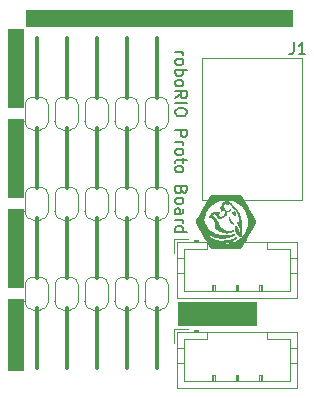
<source format=gbr>
%TF.GenerationSoftware,KiCad,Pcbnew,(5.1.6-0)*%
%TF.CreationDate,2022-05-02T22:38:42-07:00*%
%TF.ProjectId,rio-proto,72696f2d-7072-46f7-946f-2e6b69636164,rev?*%
%TF.SameCoordinates,PX87a6900PY757baf0*%
%TF.FileFunction,Legend,Top*%
%TF.FilePolarity,Positive*%
%FSLAX46Y46*%
G04 Gerber Fmt 4.6, Leading zero omitted, Abs format (unit mm)*
G04 Created by KiCad (PCBNEW (5.1.6-0)) date 2022-05-02 22:38:42*
%MOMM*%
%LPD*%
G01*
G04 APERTURE LIST*
%ADD10C,0.100000*%
%ADD11C,0.300000*%
%ADD12C,0.150000*%
%ADD13C,0.120000*%
%ADD14C,0.010000*%
G04 APERTURE END LIST*
D10*
G36*
X1397000Y1143000D02*
G01*
X127000Y1143000D01*
X127000Y7112000D01*
X1397000Y7112000D01*
X1397000Y1143000D01*
G37*
X1397000Y1143000D02*
X127000Y1143000D01*
X127000Y7112000D01*
X1397000Y7112000D01*
X1397000Y1143000D01*
G36*
X1397000Y8128000D02*
G01*
X127000Y8128000D01*
X127000Y14732000D01*
X1397000Y14732000D01*
X1397000Y8128000D01*
G37*
X1397000Y8128000D02*
X127000Y8128000D01*
X127000Y14732000D01*
X1397000Y14732000D01*
X1397000Y8128000D01*
G36*
X1397000Y15748000D02*
G01*
X127000Y15748000D01*
X127000Y22352000D01*
X1397000Y22352000D01*
X1397000Y15748000D01*
G37*
X1397000Y15748000D02*
X127000Y15748000D01*
X127000Y22352000D01*
X1397000Y22352000D01*
X1397000Y15748000D01*
G36*
X1397000Y23368000D02*
G01*
X127000Y23368000D01*
X127000Y29972000D01*
X1397000Y29972000D01*
X1397000Y23368000D01*
G37*
X1397000Y23368000D02*
X127000Y23368000D01*
X127000Y29972000D01*
X1397000Y29972000D01*
X1397000Y23368000D01*
G36*
X21082000Y4953000D02*
G01*
X14478000Y4953000D01*
X14478000Y6858000D01*
X21082000Y6858000D01*
X21082000Y4953000D01*
G37*
X21082000Y4953000D02*
X14478000Y4953000D01*
X14478000Y6858000D01*
X21082000Y6858000D01*
X21082000Y4953000D01*
G36*
X24130000Y30226000D02*
G01*
X1651000Y30226000D01*
X1651000Y31623000D01*
X24130000Y31623000D01*
X24130000Y30226000D01*
G37*
X24130000Y30226000D02*
X1651000Y30226000D01*
X1651000Y31623000D01*
X24130000Y31623000D01*
X24130000Y30226000D01*
D11*
X12700000Y1270000D02*
X12700000Y6350000D01*
X10160000Y1270000D02*
X10160000Y6350000D01*
X7620000Y1270000D02*
X7620000Y6350000D01*
X5080000Y1270000D02*
X5080000Y6350000D01*
X2540000Y1270000D02*
X2540000Y6350000D01*
X12700000Y8890000D02*
X12700000Y13970000D01*
X10160000Y8890000D02*
X10160000Y13970000D01*
X7620000Y8890000D02*
X7620000Y13970000D01*
X5080000Y8890000D02*
X5080000Y13970000D01*
X2540000Y8890000D02*
X2540000Y13970000D01*
X2540000Y16510000D02*
X2540000Y21590000D01*
X5080000Y16510000D02*
X5080000Y21590000D01*
X7620000Y16510000D02*
X7620000Y21590000D01*
X10160000Y16510000D02*
X10160000Y21590000D01*
X12700000Y16510000D02*
X12700000Y21590000D01*
X12700000Y24130000D02*
X12700000Y29210000D01*
X10160000Y24130000D02*
X10160000Y29210000D01*
X7620000Y24130000D02*
X7620000Y29210000D01*
X2540000Y24130000D02*
X2540000Y29210000D01*
X5080000Y24130000D02*
X5080000Y29210000D01*
D12*
X14279619Y28066048D02*
X14946285Y28066048D01*
X14755809Y28066048D02*
X14851047Y28018429D01*
X14898666Y27970810D01*
X14946285Y27875572D01*
X14946285Y27780334D01*
X14279619Y27304143D02*
X14327238Y27399381D01*
X14374857Y27447000D01*
X14470095Y27494620D01*
X14755809Y27494620D01*
X14851047Y27447000D01*
X14898666Y27399381D01*
X14946285Y27304143D01*
X14946285Y27161286D01*
X14898666Y27066048D01*
X14851047Y27018429D01*
X14755809Y26970810D01*
X14470095Y26970810D01*
X14374857Y27018429D01*
X14327238Y27066048D01*
X14279619Y27161286D01*
X14279619Y27304143D01*
X14279619Y26542239D02*
X15279619Y26542239D01*
X14898666Y26542239D02*
X14946285Y26447000D01*
X14946285Y26256524D01*
X14898666Y26161286D01*
X14851047Y26113667D01*
X14755809Y26066048D01*
X14470095Y26066048D01*
X14374857Y26113667D01*
X14327238Y26161286D01*
X14279619Y26256524D01*
X14279619Y26447000D01*
X14327238Y26542239D01*
X14279619Y25494620D02*
X14327238Y25589858D01*
X14374857Y25637477D01*
X14470095Y25685096D01*
X14755809Y25685096D01*
X14851047Y25637477D01*
X14898666Y25589858D01*
X14946285Y25494620D01*
X14946285Y25351762D01*
X14898666Y25256524D01*
X14851047Y25208905D01*
X14755809Y25161286D01*
X14470095Y25161286D01*
X14374857Y25208905D01*
X14327238Y25256524D01*
X14279619Y25351762D01*
X14279619Y25494620D01*
X14279619Y24161286D02*
X14755809Y24494620D01*
X14279619Y24732715D02*
X15279619Y24732715D01*
X15279619Y24351762D01*
X15232000Y24256524D01*
X15184380Y24208905D01*
X15089142Y24161286D01*
X14946285Y24161286D01*
X14851047Y24208905D01*
X14803428Y24256524D01*
X14755809Y24351762D01*
X14755809Y24732715D01*
X14279619Y23732715D02*
X15279619Y23732715D01*
X15279619Y23066048D02*
X15279619Y22875572D01*
X15232000Y22780334D01*
X15136761Y22685096D01*
X14946285Y22637477D01*
X14612952Y22637477D01*
X14422476Y22685096D01*
X14327238Y22780334D01*
X14279619Y22875572D01*
X14279619Y23066048D01*
X14327238Y23161286D01*
X14422476Y23256524D01*
X14612952Y23304143D01*
X14946285Y23304143D01*
X15136761Y23256524D01*
X15232000Y23161286D01*
X15279619Y23066048D01*
X14279619Y21447000D02*
X15279619Y21447000D01*
X15279619Y21066048D01*
X15232000Y20970810D01*
X15184380Y20923191D01*
X15089142Y20875572D01*
X14946285Y20875572D01*
X14851047Y20923191D01*
X14803428Y20970810D01*
X14755809Y21066048D01*
X14755809Y21447000D01*
X14279619Y20447000D02*
X14946285Y20447000D01*
X14755809Y20447000D02*
X14851047Y20399381D01*
X14898666Y20351762D01*
X14946285Y20256524D01*
X14946285Y20161286D01*
X14279619Y19685096D02*
X14327238Y19780334D01*
X14374857Y19827953D01*
X14470095Y19875572D01*
X14755809Y19875572D01*
X14851047Y19827953D01*
X14898666Y19780334D01*
X14946285Y19685096D01*
X14946285Y19542239D01*
X14898666Y19447000D01*
X14851047Y19399381D01*
X14755809Y19351762D01*
X14470095Y19351762D01*
X14374857Y19399381D01*
X14327238Y19447000D01*
X14279619Y19542239D01*
X14279619Y19685096D01*
X14946285Y19066048D02*
X14946285Y18685096D01*
X15279619Y18923191D02*
X14422476Y18923191D01*
X14327238Y18875572D01*
X14279619Y18780334D01*
X14279619Y18685096D01*
X14279619Y18208905D02*
X14327238Y18304143D01*
X14374857Y18351762D01*
X14470095Y18399381D01*
X14755809Y18399381D01*
X14851047Y18351762D01*
X14898666Y18304143D01*
X14946285Y18208905D01*
X14946285Y18066048D01*
X14898666Y17970810D01*
X14851047Y17923191D01*
X14755809Y17875572D01*
X14470095Y17875572D01*
X14374857Y17923191D01*
X14327238Y17970810D01*
X14279619Y18066048D01*
X14279619Y18208905D01*
X14803428Y16351762D02*
X14755809Y16208905D01*
X14708190Y16161286D01*
X14612952Y16113667D01*
X14470095Y16113667D01*
X14374857Y16161286D01*
X14327238Y16208905D01*
X14279619Y16304143D01*
X14279619Y16685096D01*
X15279619Y16685096D01*
X15279619Y16351762D01*
X15232000Y16256524D01*
X15184380Y16208905D01*
X15089142Y16161286D01*
X14993904Y16161286D01*
X14898666Y16208905D01*
X14851047Y16256524D01*
X14803428Y16351762D01*
X14803428Y16685096D01*
X14279619Y15542239D02*
X14327238Y15637477D01*
X14374857Y15685096D01*
X14470095Y15732715D01*
X14755809Y15732715D01*
X14851047Y15685096D01*
X14898666Y15637477D01*
X14946285Y15542239D01*
X14946285Y15399381D01*
X14898666Y15304143D01*
X14851047Y15256524D01*
X14755809Y15208905D01*
X14470095Y15208905D01*
X14374857Y15256524D01*
X14327238Y15304143D01*
X14279619Y15399381D01*
X14279619Y15542239D01*
X14279619Y14351762D02*
X14803428Y14351762D01*
X14898666Y14399381D01*
X14946285Y14494620D01*
X14946285Y14685096D01*
X14898666Y14780334D01*
X14327238Y14351762D02*
X14279619Y14447000D01*
X14279619Y14685096D01*
X14327238Y14780334D01*
X14422476Y14827953D01*
X14517714Y14827953D01*
X14612952Y14780334D01*
X14660571Y14685096D01*
X14660571Y14447000D01*
X14708190Y14351762D01*
X14279619Y13875572D02*
X14946285Y13875572D01*
X14755809Y13875572D02*
X14851047Y13827953D01*
X14898666Y13780334D01*
X14946285Y13685096D01*
X14946285Y13589858D01*
X14279619Y12827953D02*
X15279619Y12827953D01*
X14327238Y12827953D02*
X14279619Y12923191D01*
X14279619Y13113667D01*
X14327238Y13208905D01*
X14374857Y13256524D01*
X14470095Y13304143D01*
X14755809Y13304143D01*
X14851047Y13256524D01*
X14898666Y13208905D01*
X14946285Y13113667D01*
X14946285Y12923191D01*
X14898666Y12827953D01*
D13*
%TO.C,REF\u002A\u002A*%
X13000000Y6220000D02*
X12400000Y6220000D01*
X13700000Y8320000D02*
X13700000Y6920000D01*
X12400000Y9020000D02*
X13000000Y9020000D01*
X11700000Y6920000D02*
X11700000Y8320000D01*
X11700000Y8320000D02*
G75*
G02*
X12400000Y9020000I700000J0D01*
G01*
X13000000Y9020000D02*
G75*
G02*
X13700000Y8320000I0J-700000D01*
G01*
X13700000Y6920000D02*
G75*
G02*
X13000000Y6220000I-700000J0D01*
G01*
X12400000Y6220000D02*
G75*
G02*
X11700000Y6920000I0J700000D01*
G01*
X9160000Y6920000D02*
X9160000Y8320000D01*
X9860000Y9020000D02*
X10460000Y9020000D01*
X11160000Y8320000D02*
X11160000Y6920000D01*
X10460000Y6220000D02*
X9860000Y6220000D01*
X9860000Y6220000D02*
G75*
G02*
X9160000Y6920000I0J700000D01*
G01*
X11160000Y6920000D02*
G75*
G02*
X10460000Y6220000I-700000J0D01*
G01*
X10460000Y9020000D02*
G75*
G02*
X11160000Y8320000I0J-700000D01*
G01*
X9160000Y8320000D02*
G75*
G02*
X9860000Y9020000I700000J0D01*
G01*
X7920000Y6220000D02*
X7320000Y6220000D01*
X8620000Y8320000D02*
X8620000Y6920000D01*
X7320000Y9020000D02*
X7920000Y9020000D01*
X6620000Y6920000D02*
X6620000Y8320000D01*
X6620000Y8320000D02*
G75*
G02*
X7320000Y9020000I700000J0D01*
G01*
X7920000Y9020000D02*
G75*
G02*
X8620000Y8320000I0J-700000D01*
G01*
X8620000Y6920000D02*
G75*
G02*
X7920000Y6220000I-700000J0D01*
G01*
X7320000Y6220000D02*
G75*
G02*
X6620000Y6920000I0J700000D01*
G01*
X4080000Y6920000D02*
X4080000Y8320000D01*
X4780000Y9020000D02*
X5380000Y9020000D01*
X6080000Y8320000D02*
X6080000Y6920000D01*
X5380000Y6220000D02*
X4780000Y6220000D01*
X4780000Y6220000D02*
G75*
G02*
X4080000Y6920000I0J700000D01*
G01*
X6080000Y6920000D02*
G75*
G02*
X5380000Y6220000I-700000J0D01*
G01*
X5380000Y9020000D02*
G75*
G02*
X6080000Y8320000I0J-700000D01*
G01*
X4080000Y8320000D02*
G75*
G02*
X4780000Y9020000I700000J0D01*
G01*
X2840000Y6220000D02*
X2240000Y6220000D01*
X3540000Y8320000D02*
X3540000Y6920000D01*
X2240000Y9020000D02*
X2840000Y9020000D01*
X1540000Y6920000D02*
X1540000Y8320000D01*
X1540000Y8320000D02*
G75*
G02*
X2240000Y9020000I700000J0D01*
G01*
X2840000Y9020000D02*
G75*
G02*
X3540000Y8320000I0J-700000D01*
G01*
X3540000Y6920000D02*
G75*
G02*
X2840000Y6220000I-700000J0D01*
G01*
X2240000Y6220000D02*
G75*
G02*
X1540000Y6920000I0J700000D01*
G01*
X11700000Y14540000D02*
X11700000Y15940000D01*
X12400000Y16640000D02*
X13000000Y16640000D01*
X13700000Y15940000D02*
X13700000Y14540000D01*
X13000000Y13840000D02*
X12400000Y13840000D01*
X12400000Y13840000D02*
G75*
G02*
X11700000Y14540000I0J700000D01*
G01*
X13700000Y14540000D02*
G75*
G02*
X13000000Y13840000I-700000J0D01*
G01*
X13000000Y16640000D02*
G75*
G02*
X13700000Y15940000I0J-700000D01*
G01*
X11700000Y15940000D02*
G75*
G02*
X12400000Y16640000I700000J0D01*
G01*
X10460000Y13840000D02*
X9860000Y13840000D01*
X11160000Y15940000D02*
X11160000Y14540000D01*
X9860000Y16640000D02*
X10460000Y16640000D01*
X9160000Y14540000D02*
X9160000Y15940000D01*
X9160000Y15940000D02*
G75*
G02*
X9860000Y16640000I700000J0D01*
G01*
X10460000Y16640000D02*
G75*
G02*
X11160000Y15940000I0J-700000D01*
G01*
X11160000Y14540000D02*
G75*
G02*
X10460000Y13840000I-700000J0D01*
G01*
X9860000Y13840000D02*
G75*
G02*
X9160000Y14540000I0J700000D01*
G01*
X6620000Y14540000D02*
X6620000Y15940000D01*
X7320000Y16640000D02*
X7920000Y16640000D01*
X8620000Y15940000D02*
X8620000Y14540000D01*
X7920000Y13840000D02*
X7320000Y13840000D01*
X7320000Y13840000D02*
G75*
G02*
X6620000Y14540000I0J700000D01*
G01*
X8620000Y14540000D02*
G75*
G02*
X7920000Y13840000I-700000J0D01*
G01*
X7920000Y16640000D02*
G75*
G02*
X8620000Y15940000I0J-700000D01*
G01*
X6620000Y15940000D02*
G75*
G02*
X7320000Y16640000I700000J0D01*
G01*
X5380000Y13840000D02*
X4780000Y13840000D01*
X6080000Y15940000D02*
X6080000Y14540000D01*
X4780000Y16640000D02*
X5380000Y16640000D01*
X4080000Y14540000D02*
X4080000Y15940000D01*
X4080000Y15940000D02*
G75*
G02*
X4780000Y16640000I700000J0D01*
G01*
X5380000Y16640000D02*
G75*
G02*
X6080000Y15940000I0J-700000D01*
G01*
X6080000Y14540000D02*
G75*
G02*
X5380000Y13840000I-700000J0D01*
G01*
X4780000Y13840000D02*
G75*
G02*
X4080000Y14540000I0J700000D01*
G01*
X1540000Y14540000D02*
X1540000Y15940000D01*
X2240000Y16640000D02*
X2840000Y16640000D01*
X3540000Y15940000D02*
X3540000Y14540000D01*
X2840000Y13840000D02*
X2240000Y13840000D01*
X2240000Y13840000D02*
G75*
G02*
X1540000Y14540000I0J700000D01*
G01*
X3540000Y14540000D02*
G75*
G02*
X2840000Y13840000I-700000J0D01*
G01*
X2840000Y16640000D02*
G75*
G02*
X3540000Y15940000I0J-700000D01*
G01*
X1540000Y15940000D02*
G75*
G02*
X2240000Y16640000I700000J0D01*
G01*
X13000000Y21460000D02*
X12400000Y21460000D01*
X13700000Y23560000D02*
X13700000Y22160000D01*
X12400000Y24260000D02*
X13000000Y24260000D01*
X11700000Y22160000D02*
X11700000Y23560000D01*
X11700000Y23560000D02*
G75*
G02*
X12400000Y24260000I700000J0D01*
G01*
X13000000Y24260000D02*
G75*
G02*
X13700000Y23560000I0J-700000D01*
G01*
X13700000Y22160000D02*
G75*
G02*
X13000000Y21460000I-700000J0D01*
G01*
X12400000Y21460000D02*
G75*
G02*
X11700000Y22160000I0J700000D01*
G01*
X9160000Y22160000D02*
X9160000Y23560000D01*
X9860000Y24260000D02*
X10460000Y24260000D01*
X11160000Y23560000D02*
X11160000Y22160000D01*
X10460000Y21460000D02*
X9860000Y21460000D01*
X9860000Y21460000D02*
G75*
G02*
X9160000Y22160000I0J700000D01*
G01*
X11160000Y22160000D02*
G75*
G02*
X10460000Y21460000I-700000J0D01*
G01*
X10460000Y24260000D02*
G75*
G02*
X11160000Y23560000I0J-700000D01*
G01*
X9160000Y23560000D02*
G75*
G02*
X9860000Y24260000I700000J0D01*
G01*
X7920000Y21460000D02*
X7320000Y21460000D01*
X8620000Y23560000D02*
X8620000Y22160000D01*
X7320000Y24260000D02*
X7920000Y24260000D01*
X6620000Y22160000D02*
X6620000Y23560000D01*
X6620000Y23560000D02*
G75*
G02*
X7320000Y24260000I700000J0D01*
G01*
X7920000Y24260000D02*
G75*
G02*
X8620000Y23560000I0J-700000D01*
G01*
X8620000Y22160000D02*
G75*
G02*
X7920000Y21460000I-700000J0D01*
G01*
X7320000Y21460000D02*
G75*
G02*
X6620000Y22160000I0J700000D01*
G01*
X5380000Y21460000D02*
X4780000Y21460000D01*
X6080000Y23560000D02*
X6080000Y22160000D01*
X4780000Y24260000D02*
X5380000Y24260000D01*
X4080000Y22160000D02*
X4080000Y23560000D01*
X4080000Y23560000D02*
G75*
G02*
X4780000Y24260000I700000J0D01*
G01*
X5380000Y24260000D02*
G75*
G02*
X6080000Y23560000I0J-700000D01*
G01*
X6080000Y22160000D02*
G75*
G02*
X5380000Y21460000I-700000J0D01*
G01*
X4780000Y21460000D02*
G75*
G02*
X4080000Y22160000I0J700000D01*
G01*
X1540000Y22160000D02*
X1540000Y23560000D01*
X2240000Y24260000D02*
X2840000Y24260000D01*
X3540000Y23560000D02*
X3540000Y22160000D01*
X2840000Y21460000D02*
X2240000Y21460000D01*
X2240000Y21460000D02*
G75*
G02*
X1540000Y22160000I0J700000D01*
G01*
X3540000Y22160000D02*
G75*
G02*
X2840000Y21460000I-700000J0D01*
G01*
X2840000Y24260000D02*
G75*
G02*
X3540000Y23560000I0J-700000D01*
G01*
X1540000Y23560000D02*
G75*
G02*
X2240000Y24260000I700000J0D01*
G01*
D14*
%TO.C,G\u002A\u002A\u002A*%
G36*
X19375412Y14231950D02*
G01*
X19361237Y14227045D01*
X19337648Y14230380D01*
X19325404Y14234098D01*
X19288072Y14250752D01*
X19250952Y14274245D01*
X19218978Y14301218D01*
X19206251Y14315223D01*
X19195353Y14329419D01*
X19179646Y14350779D01*
X19160709Y14377058D01*
X19140120Y14406015D01*
X19119458Y14435405D01*
X19100303Y14462986D01*
X19084232Y14486514D01*
X19072827Y14503747D01*
X19068204Y14511338D01*
X19065311Y14520286D01*
X19066898Y14522450D01*
X19074455Y14519116D01*
X19088321Y14510663D01*
X19096242Y14505334D01*
X19120942Y14488217D01*
X19141034Y14511110D01*
X19166650Y14535976D01*
X19192816Y14551189D01*
X19223854Y14559224D01*
X19225480Y14559463D01*
X19243616Y14562621D01*
X19253373Y14567800D01*
X19258670Y14578699D01*
X19262391Y14594300D01*
X19267334Y14611879D01*
X19272527Y14622872D01*
X19274989Y14624742D01*
X19277924Y14618879D01*
X19283545Y14602525D01*
X19291353Y14577485D01*
X19300850Y14545563D01*
X19311536Y14508563D01*
X19322912Y14468288D01*
X19334479Y14426543D01*
X19345739Y14385131D01*
X19356192Y14345856D01*
X19365339Y14310523D01*
X19372681Y14280935D01*
X19377720Y14258896D01*
X19379955Y14246210D01*
X19380021Y14245066D01*
X19375412Y14231950D01*
G37*
X19375412Y14231950D02*
X19361237Y14227045D01*
X19337648Y14230380D01*
X19325404Y14234098D01*
X19288072Y14250752D01*
X19250952Y14274245D01*
X19218978Y14301218D01*
X19206251Y14315223D01*
X19195353Y14329419D01*
X19179646Y14350779D01*
X19160709Y14377058D01*
X19140120Y14406015D01*
X19119458Y14435405D01*
X19100303Y14462986D01*
X19084232Y14486514D01*
X19072827Y14503747D01*
X19068204Y14511338D01*
X19065311Y14520286D01*
X19066898Y14522450D01*
X19074455Y14519116D01*
X19088321Y14510663D01*
X19096242Y14505334D01*
X19120942Y14488217D01*
X19141034Y14511110D01*
X19166650Y14535976D01*
X19192816Y14551189D01*
X19223854Y14559224D01*
X19225480Y14559463D01*
X19243616Y14562621D01*
X19253373Y14567800D01*
X19258670Y14578699D01*
X19262391Y14594300D01*
X19267334Y14611879D01*
X19272527Y14622872D01*
X19274989Y14624742D01*
X19277924Y14618879D01*
X19283545Y14602525D01*
X19291353Y14577485D01*
X19300850Y14545563D01*
X19311536Y14508563D01*
X19322912Y14468288D01*
X19334479Y14426543D01*
X19345739Y14385131D01*
X19356192Y14345856D01*
X19365339Y14310523D01*
X19372681Y14280935D01*
X19377720Y14258896D01*
X19379955Y14246210D01*
X19380021Y14245066D01*
X19375412Y14231950D01*
G36*
X19204258Y13505757D02*
G01*
X19197000Y13508661D01*
X19182380Y13517291D01*
X19159270Y13532214D01*
X19136897Y13547066D01*
X19101040Y13570638D01*
X19059146Y13597593D01*
X19016091Y13624824D01*
X18976753Y13649224D01*
X18971713Y13652302D01*
X18938485Y13672807D01*
X18914776Y13688208D01*
X18899079Y13699697D01*
X18889884Y13708467D01*
X18885683Y13715711D01*
X18884900Y13720916D01*
X18883298Y13737258D01*
X18878785Y13763952D01*
X18871805Y13799100D01*
X18862800Y13840804D01*
X18852212Y13887167D01*
X18840486Y13936290D01*
X18828062Y13986275D01*
X18815384Y14035226D01*
X18802895Y14081244D01*
X18791992Y14119225D01*
X18790837Y14127465D01*
X18794847Y14125575D01*
X18800219Y14117663D01*
X18809881Y14100890D01*
X18822438Y14077753D01*
X18835841Y14052040D01*
X18857313Y14006052D01*
X18878622Y13953231D01*
X18898337Y13897697D01*
X18915025Y13843573D01*
X18927252Y13794982D01*
X18930026Y13781070D01*
X18934696Y13757254D01*
X18939612Y13741936D01*
X18947293Y13731117D01*
X18960256Y13720798D01*
X18973594Y13711880D01*
X19014122Y13683704D01*
X19055718Y13652139D01*
X19096276Y13619005D01*
X19133694Y13586124D01*
X19165867Y13555319D01*
X19190690Y13528409D01*
X19201190Y13514877D01*
X19205279Y13508017D01*
X19204258Y13505757D01*
G37*
X19204258Y13505757D02*
X19197000Y13508661D01*
X19182380Y13517291D01*
X19159270Y13532214D01*
X19136897Y13547066D01*
X19101040Y13570638D01*
X19059146Y13597593D01*
X19016091Y13624824D01*
X18976753Y13649224D01*
X18971713Y13652302D01*
X18938485Y13672807D01*
X18914776Y13688208D01*
X18899079Y13699697D01*
X18889884Y13708467D01*
X18885683Y13715711D01*
X18884900Y13720916D01*
X18883298Y13737258D01*
X18878785Y13763952D01*
X18871805Y13799100D01*
X18862800Y13840804D01*
X18852212Y13887167D01*
X18840486Y13936290D01*
X18828062Y13986275D01*
X18815384Y14035226D01*
X18802895Y14081244D01*
X18791992Y14119225D01*
X18790837Y14127465D01*
X18794847Y14125575D01*
X18800219Y14117663D01*
X18809881Y14100890D01*
X18822438Y14077753D01*
X18835841Y14052040D01*
X18857313Y14006052D01*
X18878622Y13953231D01*
X18898337Y13897697D01*
X18915025Y13843573D01*
X18927252Y13794982D01*
X18930026Y13781070D01*
X18934696Y13757254D01*
X18939612Y13741936D01*
X18947293Y13731117D01*
X18960256Y13720798D01*
X18973594Y13711880D01*
X19014122Y13683704D01*
X19055718Y13652139D01*
X19096276Y13619005D01*
X19133694Y13586124D01*
X19165867Y13555319D01*
X19190690Y13528409D01*
X19201190Y13514877D01*
X19205279Y13508017D01*
X19204258Y13505757D01*
G36*
X18951695Y14764221D02*
G01*
X18943781Y14747733D01*
X18932891Y14727369D01*
X18920906Y14706573D01*
X18909706Y14688790D01*
X18904637Y14681638D01*
X18882275Y14657933D01*
X18852498Y14634028D01*
X18819815Y14613048D01*
X18788737Y14598117D01*
X18779734Y14595089D01*
X18752689Y14589585D01*
X18723502Y14587058D01*
X18712228Y14587193D01*
X18678525Y14589125D01*
X18711736Y14597617D01*
X18746565Y14610680D01*
X18782980Y14631203D01*
X18816118Y14656052D01*
X18839440Y14679924D01*
X18852494Y14698328D01*
X18866521Y14721102D01*
X18879737Y14744939D01*
X18890357Y14766532D01*
X18896598Y14782575D01*
X18897520Y14787563D01*
X18901738Y14794941D01*
X18904154Y14795500D01*
X18914466Y14793210D01*
X18929232Y14787709D01*
X18943746Y14781054D01*
X18953302Y14775303D01*
X18954750Y14773388D01*
X18951695Y14764221D01*
G37*
X18951695Y14764221D02*
X18943781Y14747733D01*
X18932891Y14727369D01*
X18920906Y14706573D01*
X18909706Y14688790D01*
X18904637Y14681638D01*
X18882275Y14657933D01*
X18852498Y14634028D01*
X18819815Y14613048D01*
X18788737Y14598117D01*
X18779734Y14595089D01*
X18752689Y14589585D01*
X18723502Y14587058D01*
X18712228Y14587193D01*
X18678525Y14589125D01*
X18711736Y14597617D01*
X18746565Y14610680D01*
X18782980Y14631203D01*
X18816118Y14656052D01*
X18839440Y14679924D01*
X18852494Y14698328D01*
X18866521Y14721102D01*
X18879737Y14744939D01*
X18890357Y14766532D01*
X18896598Y14782575D01*
X18897520Y14787563D01*
X18901738Y14794941D01*
X18904154Y14795500D01*
X18914466Y14793210D01*
X18929232Y14787709D01*
X18943746Y14781054D01*
X18953302Y14775303D01*
X18954750Y14773388D01*
X18951695Y14764221D01*
G36*
X19874862Y12814466D02*
G01*
X19864599Y12673574D01*
X19848797Y12541390D01*
X19841800Y12496732D01*
X19836151Y12468138D01*
X19829286Y12450411D01*
X19819075Y12442587D01*
X19803387Y12443700D01*
X19780092Y12452784D01*
X19762932Y12460992D01*
X19705507Y12492531D01*
X19647257Y12530561D01*
X19590462Y12573184D01*
X19537401Y12618499D01*
X19490356Y12664606D01*
X19451604Y12709607D01*
X19432705Y12736176D01*
X19409904Y12779163D01*
X19389602Y12833078D01*
X19372350Y12896301D01*
X19363090Y12941300D01*
X19357886Y12978227D01*
X19354183Y13021777D01*
X19351979Y13069203D01*
X19351270Y13117757D01*
X19352056Y13164692D01*
X19354333Y13207261D01*
X19358100Y13242714D01*
X19363354Y13268306D01*
X19363360Y13268325D01*
X19374617Y13297577D01*
X19387883Y13319667D01*
X19401716Y13332543D01*
X19410154Y13335000D01*
X19418958Y13330909D01*
X19433531Y13320207D01*
X19449947Y13305908D01*
X19476501Y13275131D01*
X19502474Y13233838D01*
X19526852Y13184205D01*
X19548621Y13128406D01*
X19566766Y13068619D01*
X19573503Y13040889D01*
X19577601Y13019046D01*
X19581276Y12993335D01*
X19584160Y12967361D01*
X19585884Y12944724D01*
X19586079Y12929025D01*
X19585399Y12924649D01*
X19576800Y12917075D01*
X19562593Y12918076D01*
X19549446Y12925191D01*
X19534270Y12931100D01*
X19521840Y12925763D01*
X19517284Y12918241D01*
X19518230Y12905218D01*
X19527304Y12882876D01*
X19544349Y12851521D01*
X19569207Y12811458D01*
X19583035Y12790468D01*
X19611079Y12750943D01*
X19634786Y12722948D01*
X19654570Y12706236D01*
X19670847Y12700559D01*
X19684028Y12705670D01*
X19694529Y12721319D01*
X19695362Y12723248D01*
X19704661Y12749574D01*
X19712094Y12780352D01*
X19717872Y12817252D01*
X19722206Y12861941D01*
X19725306Y12916088D01*
X19727261Y12976225D01*
X19728242Y13049507D01*
X19727071Y13112236D01*
X19723285Y13166448D01*
X19716422Y13214177D01*
X19706020Y13257458D01*
X19691616Y13298326D01*
X19672749Y13338816D01*
X19648957Y13380961D01*
X19627640Y13414823D01*
X19588977Y13475956D01*
X19558562Y13527889D01*
X19536238Y13570941D01*
X19521846Y13605432D01*
X19515228Y13631681D01*
X19514834Y13642586D01*
X19518877Y13661796D01*
X19527804Y13669930D01*
X19542294Y13667133D01*
X19563024Y13653549D01*
X19563685Y13653028D01*
X19584200Y13638838D01*
X19609157Y13624319D01*
X19622353Y13617686D01*
X19648734Y13606514D01*
X19667707Y13602043D01*
X19680280Y13605357D01*
X19687459Y13617539D01*
X19690253Y13639674D01*
X19689667Y13672845D01*
X19688734Y13689112D01*
X19684410Y13745432D01*
X19678302Y13808396D01*
X19670737Y13875656D01*
X19662043Y13944864D01*
X19652546Y14013672D01*
X19642574Y14079732D01*
X19632454Y14140695D01*
X19622515Y14194214D01*
X19613082Y14237941D01*
X19611069Y14246169D01*
X19588597Y14324145D01*
X19561433Y14396429D01*
X19528529Y14464660D01*
X19488832Y14530475D01*
X19441294Y14595512D01*
X19384864Y14661408D01*
X19318492Y14729802D01*
X19273402Y14772772D01*
X19226804Y14816855D01*
X19188097Y14855419D01*
X19155214Y14890823D01*
X19126086Y14925429D01*
X19098645Y14961597D01*
X19070823Y15001687D01*
X19064359Y15011400D01*
X19025857Y15068655D01*
X18991742Y15116867D01*
X18960181Y15158063D01*
X18929340Y15194272D01*
X18897386Y15227525D01*
X18862487Y15259849D01*
X18822809Y15293273D01*
X18776950Y15329492D01*
X18736295Y15360392D01*
X18704039Y15383667D01*
X18679041Y15400072D01*
X18660159Y15410363D01*
X18647750Y15414948D01*
X18636967Y15416324D01*
X18632087Y15412834D01*
X18633452Y15403311D01*
X18641401Y15386589D01*
X18656274Y15361500D01*
X18669293Y15340966D01*
X18686498Y15313541D01*
X18702431Y15286948D01*
X18714963Y15264802D01*
X18720558Y15253909D01*
X18733430Y15226543D01*
X18717094Y15205126D01*
X18701897Y15188088D01*
X18687536Y15180412D01*
X18670953Y15181826D01*
X18649087Y15192056D01*
X18638880Y15198122D01*
X18587308Y15223379D01*
X18535497Y15236106D01*
X18483887Y15236274D01*
X18432917Y15223851D01*
X18410464Y15214221D01*
X18371146Y15189733D01*
X18342457Y15159395D01*
X18323962Y15122386D01*
X18315226Y15077884D01*
X18315103Y15034238D01*
X18324141Y14975438D01*
X18343873Y14913841D01*
X18374551Y14848914D01*
X18416427Y14780122D01*
X18469754Y14706932D01*
X18469782Y14706897D01*
X18509923Y14653466D01*
X18541462Y14606518D01*
X18565487Y14564326D01*
X18581440Y14529348D01*
X18589068Y14502642D01*
X18594148Y14469329D01*
X18596620Y14432932D01*
X18596422Y14396973D01*
X18593495Y14364976D01*
X18587778Y14340463D01*
X18584804Y14333739D01*
X18571365Y14315450D01*
X18548672Y14291709D01*
X18518288Y14263713D01*
X18481779Y14232659D01*
X18440711Y14199745D01*
X18396647Y14166168D01*
X18351153Y14133125D01*
X18305795Y14101813D01*
X18262137Y14073430D01*
X18221744Y14049174D01*
X18191564Y14032904D01*
X18138200Y14009299D01*
X18090200Y13995237D01*
X18045247Y13990149D01*
X18021250Y13990946D01*
X17976241Y13997267D01*
X17938031Y14008871D01*
X17905241Y14026990D01*
X17876488Y14052855D01*
X17850392Y14087698D01*
X17825571Y14132749D01*
X17801705Y14186637D01*
X17785224Y14226477D01*
X17771972Y14256854D01*
X17760605Y14280152D01*
X17749779Y14298754D01*
X17738150Y14315046D01*
X17724374Y14331412D01*
X17713160Y14343728D01*
X17682204Y14373818D01*
X17653576Y14393555D01*
X17624503Y14404221D01*
X17592213Y14407094D01*
X17577507Y14406325D01*
X17523668Y14397013D01*
X17478673Y14378743D01*
X17442190Y14351338D01*
X17417383Y14320350D01*
X17404275Y14291887D01*
X17398681Y14261965D01*
X17401130Y14234840D01*
X17405408Y14223892D01*
X17413093Y14215572D01*
X17428950Y14202291D01*
X17450513Y14186019D01*
X17470496Y14171978D01*
X17498424Y14151294D01*
X17531476Y14124176D01*
X17566211Y14093566D01*
X17599187Y14062406D01*
X17602674Y14058956D01*
X17641976Y14018140D01*
X17677337Y13977328D01*
X17709709Y13934917D01*
X17740045Y13889303D01*
X17769298Y13838883D01*
X17798421Y13782053D01*
X17828366Y13717210D01*
X17860087Y13642749D01*
X17881882Y13589000D01*
X17899285Y13546227D01*
X17917391Y13503151D01*
X17934929Y13462697D01*
X17950630Y13427785D01*
X17963222Y13401338D01*
X17964835Y13398144D01*
X17990879Y13351719D01*
X18020952Y13307307D01*
X18056247Y13263661D01*
X18097955Y13219532D01*
X18147271Y13173672D01*
X18205386Y13124832D01*
X18273492Y13071765D01*
X18284825Y13063227D01*
X18350999Y13016406D01*
X18412845Y12979118D01*
X18473017Y12950287D01*
X18534166Y12928837D01*
X18598948Y12913690D01*
X18670014Y12903772D01*
X18680391Y12902760D01*
X18742258Y12900019D01*
X18812157Y12902074D01*
X18886533Y12908519D01*
X18961830Y12918950D01*
X19034494Y12932962D01*
X19100971Y12950150D01*
X19103667Y12950963D01*
X19122793Y12956225D01*
X19134061Y12957167D01*
X19141562Y12953771D01*
X19144835Y12950788D01*
X19150491Y12940555D01*
X19146733Y12929290D01*
X19132742Y12915876D01*
X19107701Y12899196D01*
X19106467Y12898451D01*
X19030803Y12859461D01*
X18946339Y12827787D01*
X18854803Y12803636D01*
X18757920Y12787219D01*
X18657416Y12778744D01*
X18555020Y12778421D01*
X18452456Y12786457D01*
X18351451Y12803062D01*
X18339542Y12805635D01*
X18267488Y12823805D01*
X18197860Y12846171D01*
X18126810Y12874121D01*
X18050488Y12909045D01*
X18043525Y12912432D01*
X17993077Y12938645D01*
X17939362Y12969316D01*
X17884426Y13003058D01*
X17830313Y13038482D01*
X17779069Y13074197D01*
X17732737Y13108817D01*
X17693363Y13140951D01*
X17662991Y13169211D01*
X17658416Y13174019D01*
X17641606Y13192125D01*
X17657835Y13252450D01*
X17664567Y13279329D01*
X17669208Y13303591D01*
X17672145Y13328836D01*
X17673764Y13358664D01*
X17674450Y13396674D01*
X17674522Y13408025D01*
X17674197Y13455194D01*
X17672304Y13494013D01*
X17668226Y13528799D01*
X17661347Y13563866D01*
X17651053Y13603530D01*
X17642348Y13633450D01*
X17629619Y13671888D01*
X17613248Y13715083D01*
X17594635Y13759842D01*
X17575180Y13802971D01*
X17556282Y13841278D01*
X17539342Y13871567D01*
X17535018Y13878360D01*
X17491679Y13933100D01*
X17437710Y13983389D01*
X17374718Y14028171D01*
X17304311Y14066391D01*
X17228098Y14096994D01*
X17180468Y14111202D01*
X17149933Y14119691D01*
X17129931Y14126794D01*
X17118519Y14133486D01*
X17113751Y14140739D01*
X17113250Y14144853D01*
X17116826Y14153143D01*
X17126474Y14168995D01*
X17140575Y14189865D01*
X17152149Y14205988D01*
X17205641Y14271346D01*
X17267852Y14334661D01*
X17335928Y14393508D01*
X17407013Y14445460D01*
X17478252Y14488091D01*
X17493125Y14495712D01*
X17523817Y14510258D01*
X17547661Y14519532D01*
X17568700Y14524795D01*
X17590974Y14527314D01*
X17594909Y14527546D01*
X17620631Y14528015D01*
X17640248Y14525208D01*
X17660212Y14517772D01*
X17674327Y14510889D01*
X17711528Y14491970D01*
X17758300Y14517198D01*
X17790670Y14532660D01*
X17814237Y14539296D01*
X17829299Y14537140D01*
X17836133Y14526333D01*
X17834496Y14515672D01*
X17828227Y14496814D01*
X17818447Y14472888D01*
X17811566Y14457832D01*
X17800425Y14433689D01*
X17792054Y14414193D01*
X17787517Y14401904D01*
X17787118Y14399004D01*
X17792869Y14401562D01*
X17806420Y14410317D01*
X17825491Y14423743D01*
X17839580Y14434113D01*
X17870516Y14456015D01*
X17900106Y14474736D01*
X17926368Y14489216D01*
X17947321Y14498398D01*
X17960983Y14501224D01*
X17963816Y14500432D01*
X17968609Y14495672D01*
X17969171Y14488464D01*
X17964724Y14477094D01*
X17954489Y14459845D01*
X17937686Y14435000D01*
X17927584Y14420615D01*
X17907890Y14391891D01*
X17888664Y14362360D01*
X17872513Y14336103D01*
X17864377Y14321750D01*
X17843979Y14283445D01*
X17865993Y14250757D01*
X17904157Y14203094D01*
X17947099Y14166916D01*
X17995691Y14141762D01*
X18050806Y14127176D01*
X18110200Y14122690D01*
X18164893Y14128742D01*
X18219827Y14146080D01*
X18273562Y14173399D01*
X18324657Y14209397D01*
X18371673Y14252771D01*
X18413168Y14302216D01*
X18447702Y14356431D01*
X18473835Y14414111D01*
X18488348Y14464804D01*
X18493274Y14502366D01*
X18491674Y14539595D01*
X18482997Y14578493D01*
X18466692Y14621062D01*
X18442210Y14669304D01*
X18423047Y14702335D01*
X18410666Y14721995D01*
X18401784Y14732628D01*
X18393868Y14736381D01*
X18384380Y14735400D01*
X18384076Y14735328D01*
X18356005Y14725697D01*
X18320242Y14708829D01*
X18278739Y14685752D01*
X18233447Y14657495D01*
X18222070Y14649950D01*
X18191034Y14629210D01*
X18168733Y14614781D01*
X18153369Y14605878D01*
X18143141Y14601718D01*
X18136252Y14601518D01*
X18130902Y14604495D01*
X18126724Y14608435D01*
X18120816Y14618314D01*
X18119481Y14632940D01*
X18122967Y14654134D01*
X18131518Y14683717D01*
X18140432Y14709775D01*
X18165024Y14770229D01*
X18196208Y14830637D01*
X18225346Y14878685D01*
X18239040Y14900585D01*
X18249624Y14918494D01*
X18255533Y14929717D01*
X18256250Y14931898D01*
X18250825Y14935513D01*
X18236260Y14934794D01*
X18215119Y14930333D01*
X18189968Y14922724D01*
X18163372Y14912557D01*
X18153377Y14908128D01*
X18127736Y14896905D01*
X18111120Y14891386D01*
X18101495Y14891022D01*
X18098064Y14893246D01*
X18097623Y14903229D01*
X18104855Y14921336D01*
X18118971Y14946221D01*
X18139182Y14976541D01*
X18164699Y15010950D01*
X18174435Y15023332D01*
X18191848Y15045507D01*
X18202785Y15061330D01*
X18208752Y15074327D01*
X18211253Y15088025D01*
X18211795Y15105949D01*
X18211800Y15110848D01*
X18213481Y15141087D01*
X18219503Y15167141D01*
X18231339Y15192757D01*
X18250462Y15221684D01*
X18260674Y15235273D01*
X18309093Y15293603D01*
X18359882Y15346303D01*
X18411675Y15392318D01*
X18463105Y15430591D01*
X18512806Y15460067D01*
X18559411Y15479687D01*
X18585436Y15486312D01*
X18614272Y15489782D01*
X18640024Y15488192D01*
X18665499Y15480614D01*
X18693503Y15466117D01*
X18726843Y15443774D01*
X18737480Y15436012D01*
X18828197Y15366184D01*
X18907032Y15299502D01*
X18974320Y15235646D01*
X19030399Y15174293D01*
X19075603Y15115122D01*
X19081670Y15106106D01*
X19102184Y15076663D01*
X19124991Y15046475D01*
X19146625Y15020031D01*
X19157225Y15008225D01*
X19179199Y14984449D01*
X19202276Y14958587D01*
X19221497Y14936201D01*
X19221660Y14936003D01*
X19237475Y14918947D01*
X19260388Y14896764D01*
X19287496Y14872156D01*
X19315897Y14847825D01*
X19319875Y14844542D01*
X19402098Y14772626D01*
X19472516Y14701366D01*
X19531923Y14629819D01*
X19581113Y14557044D01*
X19615310Y14493875D01*
X19633352Y14453692D01*
X19653467Y14403998D01*
X19674642Y14347600D01*
X19695864Y14287306D01*
X19716121Y14225925D01*
X19734399Y14166265D01*
X19738091Y14153522D01*
X19772195Y14021762D01*
X19801856Y13881208D01*
X19826953Y13733805D01*
X19847364Y13581498D01*
X19862966Y13426231D01*
X19873639Y13269950D01*
X19879260Y13114599D01*
X19879709Y12962123D01*
X19874862Y12814466D01*
G37*
X19874862Y12814466D02*
X19864599Y12673574D01*
X19848797Y12541390D01*
X19841800Y12496732D01*
X19836151Y12468138D01*
X19829286Y12450411D01*
X19819075Y12442587D01*
X19803387Y12443700D01*
X19780092Y12452784D01*
X19762932Y12460992D01*
X19705507Y12492531D01*
X19647257Y12530561D01*
X19590462Y12573184D01*
X19537401Y12618499D01*
X19490356Y12664606D01*
X19451604Y12709607D01*
X19432705Y12736176D01*
X19409904Y12779163D01*
X19389602Y12833078D01*
X19372350Y12896301D01*
X19363090Y12941300D01*
X19357886Y12978227D01*
X19354183Y13021777D01*
X19351979Y13069203D01*
X19351270Y13117757D01*
X19352056Y13164692D01*
X19354333Y13207261D01*
X19358100Y13242714D01*
X19363354Y13268306D01*
X19363360Y13268325D01*
X19374617Y13297577D01*
X19387883Y13319667D01*
X19401716Y13332543D01*
X19410154Y13335000D01*
X19418958Y13330909D01*
X19433531Y13320207D01*
X19449947Y13305908D01*
X19476501Y13275131D01*
X19502474Y13233838D01*
X19526852Y13184205D01*
X19548621Y13128406D01*
X19566766Y13068619D01*
X19573503Y13040889D01*
X19577601Y13019046D01*
X19581276Y12993335D01*
X19584160Y12967361D01*
X19585884Y12944724D01*
X19586079Y12929025D01*
X19585399Y12924649D01*
X19576800Y12917075D01*
X19562593Y12918076D01*
X19549446Y12925191D01*
X19534270Y12931100D01*
X19521840Y12925763D01*
X19517284Y12918241D01*
X19518230Y12905218D01*
X19527304Y12882876D01*
X19544349Y12851521D01*
X19569207Y12811458D01*
X19583035Y12790468D01*
X19611079Y12750943D01*
X19634786Y12722948D01*
X19654570Y12706236D01*
X19670847Y12700559D01*
X19684028Y12705670D01*
X19694529Y12721319D01*
X19695362Y12723248D01*
X19704661Y12749574D01*
X19712094Y12780352D01*
X19717872Y12817252D01*
X19722206Y12861941D01*
X19725306Y12916088D01*
X19727261Y12976225D01*
X19728242Y13049507D01*
X19727071Y13112236D01*
X19723285Y13166448D01*
X19716422Y13214177D01*
X19706020Y13257458D01*
X19691616Y13298326D01*
X19672749Y13338816D01*
X19648957Y13380961D01*
X19627640Y13414823D01*
X19588977Y13475956D01*
X19558562Y13527889D01*
X19536238Y13570941D01*
X19521846Y13605432D01*
X19515228Y13631681D01*
X19514834Y13642586D01*
X19518877Y13661796D01*
X19527804Y13669930D01*
X19542294Y13667133D01*
X19563024Y13653549D01*
X19563685Y13653028D01*
X19584200Y13638838D01*
X19609157Y13624319D01*
X19622353Y13617686D01*
X19648734Y13606514D01*
X19667707Y13602043D01*
X19680280Y13605357D01*
X19687459Y13617539D01*
X19690253Y13639674D01*
X19689667Y13672845D01*
X19688734Y13689112D01*
X19684410Y13745432D01*
X19678302Y13808396D01*
X19670737Y13875656D01*
X19662043Y13944864D01*
X19652546Y14013672D01*
X19642574Y14079732D01*
X19632454Y14140695D01*
X19622515Y14194214D01*
X19613082Y14237941D01*
X19611069Y14246169D01*
X19588597Y14324145D01*
X19561433Y14396429D01*
X19528529Y14464660D01*
X19488832Y14530475D01*
X19441294Y14595512D01*
X19384864Y14661408D01*
X19318492Y14729802D01*
X19273402Y14772772D01*
X19226804Y14816855D01*
X19188097Y14855419D01*
X19155214Y14890823D01*
X19126086Y14925429D01*
X19098645Y14961597D01*
X19070823Y15001687D01*
X19064359Y15011400D01*
X19025857Y15068655D01*
X18991742Y15116867D01*
X18960181Y15158063D01*
X18929340Y15194272D01*
X18897386Y15227525D01*
X18862487Y15259849D01*
X18822809Y15293273D01*
X18776950Y15329492D01*
X18736295Y15360392D01*
X18704039Y15383667D01*
X18679041Y15400072D01*
X18660159Y15410363D01*
X18647750Y15414948D01*
X18636967Y15416324D01*
X18632087Y15412834D01*
X18633452Y15403311D01*
X18641401Y15386589D01*
X18656274Y15361500D01*
X18669293Y15340966D01*
X18686498Y15313541D01*
X18702431Y15286948D01*
X18714963Y15264802D01*
X18720558Y15253909D01*
X18733430Y15226543D01*
X18717094Y15205126D01*
X18701897Y15188088D01*
X18687536Y15180412D01*
X18670953Y15181826D01*
X18649087Y15192056D01*
X18638880Y15198122D01*
X18587308Y15223379D01*
X18535497Y15236106D01*
X18483887Y15236274D01*
X18432917Y15223851D01*
X18410464Y15214221D01*
X18371146Y15189733D01*
X18342457Y15159395D01*
X18323962Y15122386D01*
X18315226Y15077884D01*
X18315103Y15034238D01*
X18324141Y14975438D01*
X18343873Y14913841D01*
X18374551Y14848914D01*
X18416427Y14780122D01*
X18469754Y14706932D01*
X18469782Y14706897D01*
X18509923Y14653466D01*
X18541462Y14606518D01*
X18565487Y14564326D01*
X18581440Y14529348D01*
X18589068Y14502642D01*
X18594148Y14469329D01*
X18596620Y14432932D01*
X18596422Y14396973D01*
X18593495Y14364976D01*
X18587778Y14340463D01*
X18584804Y14333739D01*
X18571365Y14315450D01*
X18548672Y14291709D01*
X18518288Y14263713D01*
X18481779Y14232659D01*
X18440711Y14199745D01*
X18396647Y14166168D01*
X18351153Y14133125D01*
X18305795Y14101813D01*
X18262137Y14073430D01*
X18221744Y14049174D01*
X18191564Y14032904D01*
X18138200Y14009299D01*
X18090200Y13995237D01*
X18045247Y13990149D01*
X18021250Y13990946D01*
X17976241Y13997267D01*
X17938031Y14008871D01*
X17905241Y14026990D01*
X17876488Y14052855D01*
X17850392Y14087698D01*
X17825571Y14132749D01*
X17801705Y14186637D01*
X17785224Y14226477D01*
X17771972Y14256854D01*
X17760605Y14280152D01*
X17749779Y14298754D01*
X17738150Y14315046D01*
X17724374Y14331412D01*
X17713160Y14343728D01*
X17682204Y14373818D01*
X17653576Y14393555D01*
X17624503Y14404221D01*
X17592213Y14407094D01*
X17577507Y14406325D01*
X17523668Y14397013D01*
X17478673Y14378743D01*
X17442190Y14351338D01*
X17417383Y14320350D01*
X17404275Y14291887D01*
X17398681Y14261965D01*
X17401130Y14234840D01*
X17405408Y14223892D01*
X17413093Y14215572D01*
X17428950Y14202291D01*
X17450513Y14186019D01*
X17470496Y14171978D01*
X17498424Y14151294D01*
X17531476Y14124176D01*
X17566211Y14093566D01*
X17599187Y14062406D01*
X17602674Y14058956D01*
X17641976Y14018140D01*
X17677337Y13977328D01*
X17709709Y13934917D01*
X17740045Y13889303D01*
X17769298Y13838883D01*
X17798421Y13782053D01*
X17828366Y13717210D01*
X17860087Y13642749D01*
X17881882Y13589000D01*
X17899285Y13546227D01*
X17917391Y13503151D01*
X17934929Y13462697D01*
X17950630Y13427785D01*
X17963222Y13401338D01*
X17964835Y13398144D01*
X17990879Y13351719D01*
X18020952Y13307307D01*
X18056247Y13263661D01*
X18097955Y13219532D01*
X18147271Y13173672D01*
X18205386Y13124832D01*
X18273492Y13071765D01*
X18284825Y13063227D01*
X18350999Y13016406D01*
X18412845Y12979118D01*
X18473017Y12950287D01*
X18534166Y12928837D01*
X18598948Y12913690D01*
X18670014Y12903772D01*
X18680391Y12902760D01*
X18742258Y12900019D01*
X18812157Y12902074D01*
X18886533Y12908519D01*
X18961830Y12918950D01*
X19034494Y12932962D01*
X19100971Y12950150D01*
X19103667Y12950963D01*
X19122793Y12956225D01*
X19134061Y12957167D01*
X19141562Y12953771D01*
X19144835Y12950788D01*
X19150491Y12940555D01*
X19146733Y12929290D01*
X19132742Y12915876D01*
X19107701Y12899196D01*
X19106467Y12898451D01*
X19030803Y12859461D01*
X18946339Y12827787D01*
X18854803Y12803636D01*
X18757920Y12787219D01*
X18657416Y12778744D01*
X18555020Y12778421D01*
X18452456Y12786457D01*
X18351451Y12803062D01*
X18339542Y12805635D01*
X18267488Y12823805D01*
X18197860Y12846171D01*
X18126810Y12874121D01*
X18050488Y12909045D01*
X18043525Y12912432D01*
X17993077Y12938645D01*
X17939362Y12969316D01*
X17884426Y13003058D01*
X17830313Y13038482D01*
X17779069Y13074197D01*
X17732737Y13108817D01*
X17693363Y13140951D01*
X17662991Y13169211D01*
X17658416Y13174019D01*
X17641606Y13192125D01*
X17657835Y13252450D01*
X17664567Y13279329D01*
X17669208Y13303591D01*
X17672145Y13328836D01*
X17673764Y13358664D01*
X17674450Y13396674D01*
X17674522Y13408025D01*
X17674197Y13455194D01*
X17672304Y13494013D01*
X17668226Y13528799D01*
X17661347Y13563866D01*
X17651053Y13603530D01*
X17642348Y13633450D01*
X17629619Y13671888D01*
X17613248Y13715083D01*
X17594635Y13759842D01*
X17575180Y13802971D01*
X17556282Y13841278D01*
X17539342Y13871567D01*
X17535018Y13878360D01*
X17491679Y13933100D01*
X17437710Y13983389D01*
X17374718Y14028171D01*
X17304311Y14066391D01*
X17228098Y14096994D01*
X17180468Y14111202D01*
X17149933Y14119691D01*
X17129931Y14126794D01*
X17118519Y14133486D01*
X17113751Y14140739D01*
X17113250Y14144853D01*
X17116826Y14153143D01*
X17126474Y14168995D01*
X17140575Y14189865D01*
X17152149Y14205988D01*
X17205641Y14271346D01*
X17267852Y14334661D01*
X17335928Y14393508D01*
X17407013Y14445460D01*
X17478252Y14488091D01*
X17493125Y14495712D01*
X17523817Y14510258D01*
X17547661Y14519532D01*
X17568700Y14524795D01*
X17590974Y14527314D01*
X17594909Y14527546D01*
X17620631Y14528015D01*
X17640248Y14525208D01*
X17660212Y14517772D01*
X17674327Y14510889D01*
X17711528Y14491970D01*
X17758300Y14517198D01*
X17790670Y14532660D01*
X17814237Y14539296D01*
X17829299Y14537140D01*
X17836133Y14526333D01*
X17834496Y14515672D01*
X17828227Y14496814D01*
X17818447Y14472888D01*
X17811566Y14457832D01*
X17800425Y14433689D01*
X17792054Y14414193D01*
X17787517Y14401904D01*
X17787118Y14399004D01*
X17792869Y14401562D01*
X17806420Y14410317D01*
X17825491Y14423743D01*
X17839580Y14434113D01*
X17870516Y14456015D01*
X17900106Y14474736D01*
X17926368Y14489216D01*
X17947321Y14498398D01*
X17960983Y14501224D01*
X17963816Y14500432D01*
X17968609Y14495672D01*
X17969171Y14488464D01*
X17964724Y14477094D01*
X17954489Y14459845D01*
X17937686Y14435000D01*
X17927584Y14420615D01*
X17907890Y14391891D01*
X17888664Y14362360D01*
X17872513Y14336103D01*
X17864377Y14321750D01*
X17843979Y14283445D01*
X17865993Y14250757D01*
X17904157Y14203094D01*
X17947099Y14166916D01*
X17995691Y14141762D01*
X18050806Y14127176D01*
X18110200Y14122690D01*
X18164893Y14128742D01*
X18219827Y14146080D01*
X18273562Y14173399D01*
X18324657Y14209397D01*
X18371673Y14252771D01*
X18413168Y14302216D01*
X18447702Y14356431D01*
X18473835Y14414111D01*
X18488348Y14464804D01*
X18493274Y14502366D01*
X18491674Y14539595D01*
X18482997Y14578493D01*
X18466692Y14621062D01*
X18442210Y14669304D01*
X18423047Y14702335D01*
X18410666Y14721995D01*
X18401784Y14732628D01*
X18393868Y14736381D01*
X18384380Y14735400D01*
X18384076Y14735328D01*
X18356005Y14725697D01*
X18320242Y14708829D01*
X18278739Y14685752D01*
X18233447Y14657495D01*
X18222070Y14649950D01*
X18191034Y14629210D01*
X18168733Y14614781D01*
X18153369Y14605878D01*
X18143141Y14601718D01*
X18136252Y14601518D01*
X18130902Y14604495D01*
X18126724Y14608435D01*
X18120816Y14618314D01*
X18119481Y14632940D01*
X18122967Y14654134D01*
X18131518Y14683717D01*
X18140432Y14709775D01*
X18165024Y14770229D01*
X18196208Y14830637D01*
X18225346Y14878685D01*
X18239040Y14900585D01*
X18249624Y14918494D01*
X18255533Y14929717D01*
X18256250Y14931898D01*
X18250825Y14935513D01*
X18236260Y14934794D01*
X18215119Y14930333D01*
X18189968Y14922724D01*
X18163372Y14912557D01*
X18153377Y14908128D01*
X18127736Y14896905D01*
X18111120Y14891386D01*
X18101495Y14891022D01*
X18098064Y14893246D01*
X18097623Y14903229D01*
X18104855Y14921336D01*
X18118971Y14946221D01*
X18139182Y14976541D01*
X18164699Y15010950D01*
X18174435Y15023332D01*
X18191848Y15045507D01*
X18202785Y15061330D01*
X18208752Y15074327D01*
X18211253Y15088025D01*
X18211795Y15105949D01*
X18211800Y15110848D01*
X18213481Y15141087D01*
X18219503Y15167141D01*
X18231339Y15192757D01*
X18250462Y15221684D01*
X18260674Y15235273D01*
X18309093Y15293603D01*
X18359882Y15346303D01*
X18411675Y15392318D01*
X18463105Y15430591D01*
X18512806Y15460067D01*
X18559411Y15479687D01*
X18585436Y15486312D01*
X18614272Y15489782D01*
X18640024Y15488192D01*
X18665499Y15480614D01*
X18693503Y15466117D01*
X18726843Y15443774D01*
X18737480Y15436012D01*
X18828197Y15366184D01*
X18907032Y15299502D01*
X18974320Y15235646D01*
X19030399Y15174293D01*
X19075603Y15115122D01*
X19081670Y15106106D01*
X19102184Y15076663D01*
X19124991Y15046475D01*
X19146625Y15020031D01*
X19157225Y15008225D01*
X19179199Y14984449D01*
X19202276Y14958587D01*
X19221497Y14936201D01*
X19221660Y14936003D01*
X19237475Y14918947D01*
X19260388Y14896764D01*
X19287496Y14872156D01*
X19315897Y14847825D01*
X19319875Y14844542D01*
X19402098Y14772626D01*
X19472516Y14701366D01*
X19531923Y14629819D01*
X19581113Y14557044D01*
X19615310Y14493875D01*
X19633352Y14453692D01*
X19653467Y14403998D01*
X19674642Y14347600D01*
X19695864Y14287306D01*
X19716121Y14225925D01*
X19734399Y14166265D01*
X19738091Y14153522D01*
X19772195Y14021762D01*
X19801856Y13881208D01*
X19826953Y13733805D01*
X19847364Y13581498D01*
X19862966Y13426231D01*
X19873639Y13269950D01*
X19879260Y13114599D01*
X19879709Y12962123D01*
X19874862Y12814466D01*
G36*
X21073249Y13681727D02*
G01*
X21068154Y13658211D01*
X21064247Y13650556D01*
X21054300Y13632462D01*
X21038629Y13604482D01*
X21017552Y13567169D01*
X20991386Y13521079D01*
X20960449Y13466764D01*
X20925057Y13404780D01*
X20885527Y13335680D01*
X20842177Y13260018D01*
X20795324Y13178349D01*
X20745285Y13091225D01*
X20692378Y12999202D01*
X20636918Y12902833D01*
X20579225Y12802673D01*
X20519614Y12699275D01*
X20468738Y12611100D01*
X20384117Y12464588D01*
X20305743Y12329094D01*
X20233597Y12204586D01*
X20167662Y12091035D01*
X20107920Y11988410D01*
X20054353Y11896681D01*
X20006944Y11815819D01*
X19965675Y11745791D01*
X19930528Y11686569D01*
X19901484Y11638122D01*
X19878527Y11600419D01*
X19861639Y11573431D01*
X19850802Y11557126D01*
X19847318Y11552595D01*
X19821059Y11527513D01*
X19793533Y11510928D01*
X19782921Y11506557D01*
X19778609Y11504986D01*
X19774068Y11503546D01*
X19768753Y11502232D01*
X19762115Y11501037D01*
X19753609Y11499957D01*
X19742688Y11498986D01*
X19728805Y11498117D01*
X19711413Y11497345D01*
X19689965Y11496664D01*
X19663915Y11496069D01*
X19632716Y11495553D01*
X19595821Y11495112D01*
X19552683Y11494739D01*
X19502756Y11494428D01*
X19445493Y11494175D01*
X19380347Y11493972D01*
X19306771Y11493815D01*
X19224218Y11493697D01*
X19132143Y11493613D01*
X19029997Y11493557D01*
X18917235Y11493524D01*
X18793309Y11493507D01*
X18657673Y11493501D01*
X18538825Y11493500D01*
X18393281Y11493502D01*
X18259891Y11493511D01*
X18138107Y11493532D01*
X18027383Y11493571D01*
X17927174Y11493635D01*
X17836931Y11493728D01*
X17756110Y11493856D01*
X17684162Y11494025D01*
X17620542Y11494240D01*
X17564703Y11494507D01*
X17516099Y11494832D01*
X17474183Y11495221D01*
X17438407Y11495678D01*
X17408227Y11496210D01*
X17383095Y11496822D01*
X17362465Y11497520D01*
X17345790Y11498309D01*
X17332524Y11499195D01*
X17322120Y11500185D01*
X17314031Y11501282D01*
X17307712Y11502494D01*
X17302614Y11503825D01*
X17298193Y11505281D01*
X17295383Y11506313D01*
X17263369Y11522919D01*
X17234922Y11545897D01*
X17234820Y11546000D01*
X17228622Y11554163D01*
X17217478Y11571086D01*
X17201291Y11596937D01*
X17179961Y11631884D01*
X17153390Y11676095D01*
X17121479Y11729736D01*
X17084131Y11792976D01*
X17041246Y11865983D01*
X16992725Y11948923D01*
X16938471Y12041965D01*
X16878384Y12145276D01*
X16812367Y12259024D01*
X16740320Y12383376D01*
X16662144Y12518501D01*
X16614129Y12601575D01*
X16552986Y12707446D01*
X16493485Y12810570D01*
X16435942Y12910393D01*
X16380677Y13006360D01*
X16328007Y13097915D01*
X16278249Y13184504D01*
X16231723Y13265572D01*
X16188744Y13340563D01*
X16149632Y13408924D01*
X16114705Y13470097D01*
X16084279Y13523529D01*
X16058674Y13568665D01*
X16038207Y13604949D01*
X16023195Y13631827D01*
X16013957Y13648743D01*
X16010878Y13654886D01*
X16002923Y13692036D01*
X16002917Y13733042D01*
X16010593Y13772183D01*
X16017115Y13789025D01*
X16023466Y13801227D01*
X16035688Y13823465D01*
X16053398Y13855080D01*
X16076211Y13895409D01*
X16103745Y13943792D01*
X16135614Y13999566D01*
X16171435Y14062071D01*
X16210825Y14130644D01*
X16253399Y14204625D01*
X16298773Y14283353D01*
X16346564Y14366165D01*
X16396388Y14452400D01*
X16447861Y14541396D01*
X16500598Y14632494D01*
X16554217Y14725030D01*
X16608332Y14818344D01*
X16662561Y14911774D01*
X16716520Y15004658D01*
X16769824Y15096336D01*
X16822090Y15186145D01*
X16872933Y15273426D01*
X16921971Y15357515D01*
X16968818Y15437751D01*
X17013092Y15513474D01*
X17054408Y15584021D01*
X17092383Y15648732D01*
X17126631Y15706944D01*
X17156771Y15757997D01*
X17182418Y15801229D01*
X17203187Y15835979D01*
X17218695Y15861584D01*
X17228559Y15877385D01*
X17232151Y15882546D01*
X17251919Y15899313D01*
X17276140Y15915003D01*
X17287194Y15920646D01*
X17319625Y15935325D01*
X18545175Y15935325D01*
X18545175Y15598249D01*
X18488098Y15598127D01*
X18441497Y15597686D01*
X18403152Y15596811D01*
X18370840Y15595390D01*
X18342339Y15593309D01*
X18315430Y15590455D01*
X18287889Y15586715D01*
X18272125Y15584310D01*
X18115914Y15553650D01*
X17965036Y15511537D01*
X17819698Y15458070D01*
X17680101Y15393344D01*
X17546450Y15317458D01*
X17418950Y15230509D01*
X17297804Y15132593D01*
X17266587Y15104634D01*
X17157323Y14996183D01*
X17058095Y14880079D01*
X16969107Y14756709D01*
X16890563Y14626457D01*
X16822668Y14489710D01*
X16765625Y14346853D01*
X16719639Y14198272D01*
X16684912Y14044352D01*
X16674919Y13985875D01*
X16668888Y13941571D01*
X16666338Y13904260D01*
X16667376Y13868991D01*
X16672111Y13830811D01*
X16679158Y13792200D01*
X16704738Y13692989D01*
X16741879Y13592211D01*
X16789709Y13490913D01*
X16847362Y13390142D01*
X16913968Y13290944D01*
X16988659Y13194366D01*
X17070565Y13101455D01*
X17158818Y13013256D01*
X17252550Y12930818D01*
X17350891Y12855187D01*
X17452972Y12787408D01*
X17557926Y12728530D01*
X17565024Y12724936D01*
X17651856Y12685973D01*
X17749051Y12650782D01*
X17854752Y12619687D01*
X17967100Y12593014D01*
X18084235Y12571088D01*
X18204300Y12554234D01*
X18325434Y12542776D01*
X18445779Y12537039D01*
X18563476Y12537349D01*
X18623019Y12540007D01*
X18747599Y12550364D01*
X18866252Y12565983D01*
X18977535Y12586588D01*
X19080008Y12611902D01*
X19172228Y12641649D01*
X19191619Y12649004D01*
X19219039Y12659186D01*
X19242321Y12666826D01*
X19258847Y12671131D01*
X19265795Y12671491D01*
X19272155Y12661599D01*
X19267983Y12647277D01*
X19254303Y12629366D01*
X19232135Y12608710D01*
X19202501Y12586151D01*
X19166425Y12562530D01*
X19124928Y12538691D01*
X19079033Y12515475D01*
X19073113Y12512694D01*
X18950430Y12461775D01*
X18819494Y12419119D01*
X18681865Y12384927D01*
X18539103Y12359402D01*
X18392769Y12342744D01*
X18244422Y12335154D01*
X18095622Y12336835D01*
X17947931Y12347988D01*
X17872075Y12357599D01*
X17726982Y12384231D01*
X17589064Y12421170D01*
X17457689Y12468707D01*
X17332223Y12527133D01*
X17212035Y12596737D01*
X17096491Y12677812D01*
X16997385Y12759556D01*
X16940547Y12815653D01*
X16884464Y12882316D01*
X16830890Y12957449D01*
X16827667Y12962375D01*
X16810821Y12987896D01*
X16796424Y13009030D01*
X16785879Y13023768D01*
X16780589Y13030099D01*
X16780349Y13030200D01*
X16780827Y13024817D01*
X16786219Y13009836D01*
X16795744Y12987010D01*
X16808617Y12958089D01*
X16824057Y12924826D01*
X16841280Y12888974D01*
X16859504Y12852285D01*
X16862434Y12846505D01*
X16893402Y12789274D01*
X16929078Y12729604D01*
X16968272Y12669063D01*
X17009795Y12609215D01*
X17052455Y12551626D01*
X17095061Y12497863D01*
X17136425Y12449490D01*
X17175354Y12408074D01*
X17210659Y12375180D01*
X17235149Y12356287D01*
X17294857Y12319495D01*
X17364954Y12282791D01*
X17443153Y12247025D01*
X17527164Y12213048D01*
X17614700Y12181710D01*
X17703474Y12153863D01*
X17791196Y12130356D01*
X17875579Y12112040D01*
X17907089Y12106487D01*
X17957726Y12099811D01*
X18018241Y12094495D01*
X18085877Y12090639D01*
X18157874Y12088345D01*
X18231475Y12087711D01*
X18303921Y12088839D01*
X18347724Y12090498D01*
X18509878Y12101791D01*
X18661204Y12119719D01*
X18801702Y12144282D01*
X18931373Y12175480D01*
X19050218Y12213313D01*
X19158237Y12257782D01*
X19255431Y12308887D01*
X19341801Y12366629D01*
X19374297Y12392398D01*
X19395622Y12409664D01*
X19413683Y12423327D01*
X19426079Y12431622D01*
X19429969Y12433300D01*
X19438313Y12428890D01*
X19438366Y12416339D01*
X19430628Y12396672D01*
X19415601Y12370911D01*
X19393788Y12340081D01*
X19369209Y12309370D01*
X19309119Y12246910D01*
X19237752Y12188762D01*
X19155861Y12135177D01*
X19064203Y12086407D01*
X18963532Y12042701D01*
X18854605Y12004313D01*
X18738175Y11971491D01*
X18614999Y11944488D01*
X18485830Y11923554D01*
X18351426Y11908940D01*
X18212540Y11900898D01*
X18135600Y11899373D01*
X18096015Y11899058D01*
X18067860Y11898615D01*
X18049868Y11897897D01*
X18040768Y11896757D01*
X18039292Y11895050D01*
X18044171Y11892627D01*
X18052692Y11889795D01*
X18117055Y11872540D01*
X18191421Y11857693D01*
X18273270Y11845571D01*
X18360080Y11836492D01*
X18449327Y11830772D01*
X18538490Y11828728D01*
X18538825Y11828728D01*
X18652549Y11831157D01*
X18758341Y11838976D01*
X18859975Y11852643D01*
X18961220Y11872613D01*
X19019989Y11886935D01*
X19166417Y11931339D01*
X19307472Y11986955D01*
X19442649Y12053268D01*
X19571443Y12129760D01*
X19693346Y12215914D01*
X19807852Y12311212D01*
X19914457Y12415137D01*
X20012654Y12527172D01*
X20101936Y12646799D01*
X20181799Y12773502D01*
X20251735Y12906763D01*
X20311240Y13046065D01*
X20359806Y13190891D01*
X20383678Y13281025D01*
X20398848Y13348625D01*
X20410574Y13411140D01*
X20419223Y13471897D01*
X20425166Y13534223D01*
X20428772Y13601446D01*
X20430410Y13676891D01*
X20430579Y13703300D01*
X20430423Y13770141D01*
X20429285Y13827318D01*
X20426896Y13877848D01*
X20422990Y13924745D01*
X20417298Y13971026D01*
X20409552Y14019708D01*
X20399483Y14073805D01*
X20396147Y14090650D01*
X20360209Y14238605D01*
X20312800Y14381798D01*
X20254420Y14519709D01*
X20185567Y14651817D01*
X20106742Y14777603D01*
X20018444Y14896547D01*
X19921173Y15008128D01*
X19815428Y15111826D01*
X19701709Y15207122D01*
X19580516Y15293494D01*
X19452347Y15370424D01*
X19317702Y15437391D01*
X19177082Y15493874D01*
X19030985Y15539354D01*
X18996025Y15548361D01*
X18936173Y15562611D01*
X18882414Y15573966D01*
X18832016Y15582729D01*
X18782249Y15589203D01*
X18730381Y15593689D01*
X18673680Y15596489D01*
X18609414Y15597906D01*
X18545175Y15598249D01*
X18545175Y15935325D01*
X19758025Y15935325D01*
X19790457Y15920646D01*
X19814098Y15907353D01*
X19836911Y15890459D01*
X19845411Y15882546D01*
X19850613Y15874964D01*
X19861761Y15857032D01*
X19878470Y15829412D01*
X19900359Y15792763D01*
X19927044Y15747748D01*
X19958142Y15695027D01*
X19993270Y15635262D01*
X20032045Y15569113D01*
X20074084Y15497242D01*
X20119005Y15420310D01*
X20166424Y15338978D01*
X20215958Y15253908D01*
X20267225Y15165759D01*
X20319841Y15075194D01*
X20373424Y14982874D01*
X20427590Y14889459D01*
X20481957Y14795611D01*
X20536141Y14701991D01*
X20589760Y14609260D01*
X20642430Y14518079D01*
X20693769Y14429109D01*
X20743394Y14343012D01*
X20790922Y14260449D01*
X20835969Y14182080D01*
X20878153Y14108567D01*
X20917091Y14040570D01*
X20952400Y13978752D01*
X20983697Y13923773D01*
X21010598Y13876295D01*
X21032722Y13836978D01*
X21049685Y13806483D01*
X21061104Y13785472D01*
X21066596Y13774606D01*
X21066907Y13773829D01*
X21072955Y13746683D01*
X21075090Y13713958D01*
X21073249Y13681727D01*
G37*
X21073249Y13681727D02*
X21068154Y13658211D01*
X21064247Y13650556D01*
X21054300Y13632462D01*
X21038629Y13604482D01*
X21017552Y13567169D01*
X20991386Y13521079D01*
X20960449Y13466764D01*
X20925057Y13404780D01*
X20885527Y13335680D01*
X20842177Y13260018D01*
X20795324Y13178349D01*
X20745285Y13091225D01*
X20692378Y12999202D01*
X20636918Y12902833D01*
X20579225Y12802673D01*
X20519614Y12699275D01*
X20468738Y12611100D01*
X20384117Y12464588D01*
X20305743Y12329094D01*
X20233597Y12204586D01*
X20167662Y12091035D01*
X20107920Y11988410D01*
X20054353Y11896681D01*
X20006944Y11815819D01*
X19965675Y11745791D01*
X19930528Y11686569D01*
X19901484Y11638122D01*
X19878527Y11600419D01*
X19861639Y11573431D01*
X19850802Y11557126D01*
X19847318Y11552595D01*
X19821059Y11527513D01*
X19793533Y11510928D01*
X19782921Y11506557D01*
X19778609Y11504986D01*
X19774068Y11503546D01*
X19768753Y11502232D01*
X19762115Y11501037D01*
X19753609Y11499957D01*
X19742688Y11498986D01*
X19728805Y11498117D01*
X19711413Y11497345D01*
X19689965Y11496664D01*
X19663915Y11496069D01*
X19632716Y11495553D01*
X19595821Y11495112D01*
X19552683Y11494739D01*
X19502756Y11494428D01*
X19445493Y11494175D01*
X19380347Y11493972D01*
X19306771Y11493815D01*
X19224218Y11493697D01*
X19132143Y11493613D01*
X19029997Y11493557D01*
X18917235Y11493524D01*
X18793309Y11493507D01*
X18657673Y11493501D01*
X18538825Y11493500D01*
X18393281Y11493502D01*
X18259891Y11493511D01*
X18138107Y11493532D01*
X18027383Y11493571D01*
X17927174Y11493635D01*
X17836931Y11493728D01*
X17756110Y11493856D01*
X17684162Y11494025D01*
X17620542Y11494240D01*
X17564703Y11494507D01*
X17516099Y11494832D01*
X17474183Y11495221D01*
X17438407Y11495678D01*
X17408227Y11496210D01*
X17383095Y11496822D01*
X17362465Y11497520D01*
X17345790Y11498309D01*
X17332524Y11499195D01*
X17322120Y11500185D01*
X17314031Y11501282D01*
X17307712Y11502494D01*
X17302614Y11503825D01*
X17298193Y11505281D01*
X17295383Y11506313D01*
X17263369Y11522919D01*
X17234922Y11545897D01*
X17234820Y11546000D01*
X17228622Y11554163D01*
X17217478Y11571086D01*
X17201291Y11596937D01*
X17179961Y11631884D01*
X17153390Y11676095D01*
X17121479Y11729736D01*
X17084131Y11792976D01*
X17041246Y11865983D01*
X16992725Y11948923D01*
X16938471Y12041965D01*
X16878384Y12145276D01*
X16812367Y12259024D01*
X16740320Y12383376D01*
X16662144Y12518501D01*
X16614129Y12601575D01*
X16552986Y12707446D01*
X16493485Y12810570D01*
X16435942Y12910393D01*
X16380677Y13006360D01*
X16328007Y13097915D01*
X16278249Y13184504D01*
X16231723Y13265572D01*
X16188744Y13340563D01*
X16149632Y13408924D01*
X16114705Y13470097D01*
X16084279Y13523529D01*
X16058674Y13568665D01*
X16038207Y13604949D01*
X16023195Y13631827D01*
X16013957Y13648743D01*
X16010878Y13654886D01*
X16002923Y13692036D01*
X16002917Y13733042D01*
X16010593Y13772183D01*
X16017115Y13789025D01*
X16023466Y13801227D01*
X16035688Y13823465D01*
X16053398Y13855080D01*
X16076211Y13895409D01*
X16103745Y13943792D01*
X16135614Y13999566D01*
X16171435Y14062071D01*
X16210825Y14130644D01*
X16253399Y14204625D01*
X16298773Y14283353D01*
X16346564Y14366165D01*
X16396388Y14452400D01*
X16447861Y14541396D01*
X16500598Y14632494D01*
X16554217Y14725030D01*
X16608332Y14818344D01*
X16662561Y14911774D01*
X16716520Y15004658D01*
X16769824Y15096336D01*
X16822090Y15186145D01*
X16872933Y15273426D01*
X16921971Y15357515D01*
X16968818Y15437751D01*
X17013092Y15513474D01*
X17054408Y15584021D01*
X17092383Y15648732D01*
X17126631Y15706944D01*
X17156771Y15757997D01*
X17182418Y15801229D01*
X17203187Y15835979D01*
X17218695Y15861584D01*
X17228559Y15877385D01*
X17232151Y15882546D01*
X17251919Y15899313D01*
X17276140Y15915003D01*
X17287194Y15920646D01*
X17319625Y15935325D01*
X18545175Y15935325D01*
X18545175Y15598249D01*
X18488098Y15598127D01*
X18441497Y15597686D01*
X18403152Y15596811D01*
X18370840Y15595390D01*
X18342339Y15593309D01*
X18315430Y15590455D01*
X18287889Y15586715D01*
X18272125Y15584310D01*
X18115914Y15553650D01*
X17965036Y15511537D01*
X17819698Y15458070D01*
X17680101Y15393344D01*
X17546450Y15317458D01*
X17418950Y15230509D01*
X17297804Y15132593D01*
X17266587Y15104634D01*
X17157323Y14996183D01*
X17058095Y14880079D01*
X16969107Y14756709D01*
X16890563Y14626457D01*
X16822668Y14489710D01*
X16765625Y14346853D01*
X16719639Y14198272D01*
X16684912Y14044352D01*
X16674919Y13985875D01*
X16668888Y13941571D01*
X16666338Y13904260D01*
X16667376Y13868991D01*
X16672111Y13830811D01*
X16679158Y13792200D01*
X16704738Y13692989D01*
X16741879Y13592211D01*
X16789709Y13490913D01*
X16847362Y13390142D01*
X16913968Y13290944D01*
X16988659Y13194366D01*
X17070565Y13101455D01*
X17158818Y13013256D01*
X17252550Y12930818D01*
X17350891Y12855187D01*
X17452972Y12787408D01*
X17557926Y12728530D01*
X17565024Y12724936D01*
X17651856Y12685973D01*
X17749051Y12650782D01*
X17854752Y12619687D01*
X17967100Y12593014D01*
X18084235Y12571088D01*
X18204300Y12554234D01*
X18325434Y12542776D01*
X18445779Y12537039D01*
X18563476Y12537349D01*
X18623019Y12540007D01*
X18747599Y12550364D01*
X18866252Y12565983D01*
X18977535Y12586588D01*
X19080008Y12611902D01*
X19172228Y12641649D01*
X19191619Y12649004D01*
X19219039Y12659186D01*
X19242321Y12666826D01*
X19258847Y12671131D01*
X19265795Y12671491D01*
X19272155Y12661599D01*
X19267983Y12647277D01*
X19254303Y12629366D01*
X19232135Y12608710D01*
X19202501Y12586151D01*
X19166425Y12562530D01*
X19124928Y12538691D01*
X19079033Y12515475D01*
X19073113Y12512694D01*
X18950430Y12461775D01*
X18819494Y12419119D01*
X18681865Y12384927D01*
X18539103Y12359402D01*
X18392769Y12342744D01*
X18244422Y12335154D01*
X18095622Y12336835D01*
X17947931Y12347988D01*
X17872075Y12357599D01*
X17726982Y12384231D01*
X17589064Y12421170D01*
X17457689Y12468707D01*
X17332223Y12527133D01*
X17212035Y12596737D01*
X17096491Y12677812D01*
X16997385Y12759556D01*
X16940547Y12815653D01*
X16884464Y12882316D01*
X16830890Y12957449D01*
X16827667Y12962375D01*
X16810821Y12987896D01*
X16796424Y13009030D01*
X16785879Y13023768D01*
X16780589Y13030099D01*
X16780349Y13030200D01*
X16780827Y13024817D01*
X16786219Y13009836D01*
X16795744Y12987010D01*
X16808617Y12958089D01*
X16824057Y12924826D01*
X16841280Y12888974D01*
X16859504Y12852285D01*
X16862434Y12846505D01*
X16893402Y12789274D01*
X16929078Y12729604D01*
X16968272Y12669063D01*
X17009795Y12609215D01*
X17052455Y12551626D01*
X17095061Y12497863D01*
X17136425Y12449490D01*
X17175354Y12408074D01*
X17210659Y12375180D01*
X17235149Y12356287D01*
X17294857Y12319495D01*
X17364954Y12282791D01*
X17443153Y12247025D01*
X17527164Y12213048D01*
X17614700Y12181710D01*
X17703474Y12153863D01*
X17791196Y12130356D01*
X17875579Y12112040D01*
X17907089Y12106487D01*
X17957726Y12099811D01*
X18018241Y12094495D01*
X18085877Y12090639D01*
X18157874Y12088345D01*
X18231475Y12087711D01*
X18303921Y12088839D01*
X18347724Y12090498D01*
X18509878Y12101791D01*
X18661204Y12119719D01*
X18801702Y12144282D01*
X18931373Y12175480D01*
X19050218Y12213313D01*
X19158237Y12257782D01*
X19255431Y12308887D01*
X19341801Y12366629D01*
X19374297Y12392398D01*
X19395622Y12409664D01*
X19413683Y12423327D01*
X19426079Y12431622D01*
X19429969Y12433300D01*
X19438313Y12428890D01*
X19438366Y12416339D01*
X19430628Y12396672D01*
X19415601Y12370911D01*
X19393788Y12340081D01*
X19369209Y12309370D01*
X19309119Y12246910D01*
X19237752Y12188762D01*
X19155861Y12135177D01*
X19064203Y12086407D01*
X18963532Y12042701D01*
X18854605Y12004313D01*
X18738175Y11971491D01*
X18614999Y11944488D01*
X18485830Y11923554D01*
X18351426Y11908940D01*
X18212540Y11900898D01*
X18135600Y11899373D01*
X18096015Y11899058D01*
X18067860Y11898615D01*
X18049868Y11897897D01*
X18040768Y11896757D01*
X18039292Y11895050D01*
X18044171Y11892627D01*
X18052692Y11889795D01*
X18117055Y11872540D01*
X18191421Y11857693D01*
X18273270Y11845571D01*
X18360080Y11836492D01*
X18449327Y11830772D01*
X18538490Y11828728D01*
X18538825Y11828728D01*
X18652549Y11831157D01*
X18758341Y11838976D01*
X18859975Y11852643D01*
X18961220Y11872613D01*
X19019989Y11886935D01*
X19166417Y11931339D01*
X19307472Y11986955D01*
X19442649Y12053268D01*
X19571443Y12129760D01*
X19693346Y12215914D01*
X19807852Y12311212D01*
X19914457Y12415137D01*
X20012654Y12527172D01*
X20101936Y12646799D01*
X20181799Y12773502D01*
X20251735Y12906763D01*
X20311240Y13046065D01*
X20359806Y13190891D01*
X20383678Y13281025D01*
X20398848Y13348625D01*
X20410574Y13411140D01*
X20419223Y13471897D01*
X20425166Y13534223D01*
X20428772Y13601446D01*
X20430410Y13676891D01*
X20430579Y13703300D01*
X20430423Y13770141D01*
X20429285Y13827318D01*
X20426896Y13877848D01*
X20422990Y13924745D01*
X20417298Y13971026D01*
X20409552Y14019708D01*
X20399483Y14073805D01*
X20396147Y14090650D01*
X20360209Y14238605D01*
X20312800Y14381798D01*
X20254420Y14519709D01*
X20185567Y14651817D01*
X20106742Y14777603D01*
X20018444Y14896547D01*
X19921173Y15008128D01*
X19815428Y15111826D01*
X19701709Y15207122D01*
X19580516Y15293494D01*
X19452347Y15370424D01*
X19317702Y15437391D01*
X19177082Y15493874D01*
X19030985Y15539354D01*
X18996025Y15548361D01*
X18936173Y15562611D01*
X18882414Y15573966D01*
X18832016Y15582729D01*
X18782249Y15589203D01*
X18730381Y15593689D01*
X18673680Y15596489D01*
X18609414Y15597906D01*
X18545175Y15598249D01*
X18545175Y15935325D01*
X19758025Y15935325D01*
X19790457Y15920646D01*
X19814098Y15907353D01*
X19836911Y15890459D01*
X19845411Y15882546D01*
X19850613Y15874964D01*
X19861761Y15857032D01*
X19878470Y15829412D01*
X19900359Y15792763D01*
X19927044Y15747748D01*
X19958142Y15695027D01*
X19993270Y15635262D01*
X20032045Y15569113D01*
X20074084Y15497242D01*
X20119005Y15420310D01*
X20166424Y15338978D01*
X20215958Y15253908D01*
X20267225Y15165759D01*
X20319841Y15075194D01*
X20373424Y14982874D01*
X20427590Y14889459D01*
X20481957Y14795611D01*
X20536141Y14701991D01*
X20589760Y14609260D01*
X20642430Y14518079D01*
X20693769Y14429109D01*
X20743394Y14343012D01*
X20790922Y14260449D01*
X20835969Y14182080D01*
X20878153Y14108567D01*
X20917091Y14040570D01*
X20952400Y13978752D01*
X20983697Y13923773D01*
X21010598Y13876295D01*
X21032722Y13836978D01*
X21049685Y13806483D01*
X21061104Y13785472D01*
X21066596Y13774606D01*
X21066907Y13773829D01*
X21072955Y13746683D01*
X21075090Y13713958D01*
X21073249Y13681727D01*
D13*
%TO.C,REF\u002A\u002A*%
X14450000Y11970000D02*
X14450000Y7250000D01*
X14450000Y7250000D02*
X24570000Y7250000D01*
X24570000Y7250000D02*
X24570000Y11970000D01*
X24570000Y11970000D02*
X14450000Y11970000D01*
X16210000Y11970000D02*
X16210000Y12170000D01*
X16210000Y12170000D02*
X15910000Y12170000D01*
X15910000Y12170000D02*
X15910000Y11970000D01*
X16210000Y12070000D02*
X15910000Y12070000D01*
X17010000Y11970000D02*
X17010000Y11360000D01*
X17010000Y11360000D02*
X15060000Y11360000D01*
X15060000Y11360000D02*
X15060000Y7860000D01*
X15060000Y7860000D02*
X23960000Y7860000D01*
X23960000Y7860000D02*
X23960000Y11360000D01*
X23960000Y11360000D02*
X22010000Y11360000D01*
X22010000Y11360000D02*
X22010000Y11970000D01*
X14450000Y10660000D02*
X15060000Y10660000D01*
X14450000Y9360000D02*
X15060000Y9360000D01*
X24570000Y10660000D02*
X23960000Y10660000D01*
X24570000Y9360000D02*
X23960000Y9360000D01*
X17410000Y7860000D02*
X17410000Y8360000D01*
X17410000Y8360000D02*
X17610000Y8360000D01*
X17610000Y8360000D02*
X17610000Y7860000D01*
X17510000Y7860000D02*
X17510000Y8360000D01*
X19410000Y7860000D02*
X19410000Y8360000D01*
X19410000Y8360000D02*
X19610000Y8360000D01*
X19610000Y8360000D02*
X19610000Y7860000D01*
X19510000Y7860000D02*
X19510000Y8360000D01*
X21410000Y7860000D02*
X21410000Y8360000D01*
X21410000Y8360000D02*
X21610000Y8360000D01*
X21610000Y8360000D02*
X21610000Y7860000D01*
X21510000Y7860000D02*
X21510000Y8360000D01*
X15400000Y12270000D02*
X14150000Y12270000D01*
X14150000Y12270000D02*
X14150000Y11020000D01*
X14150000Y4650000D02*
X14150000Y3400000D01*
X15400000Y4650000D02*
X14150000Y4650000D01*
X21510000Y240000D02*
X21510000Y740000D01*
X21610000Y740000D02*
X21610000Y240000D01*
X21410000Y740000D02*
X21610000Y740000D01*
X21410000Y240000D02*
X21410000Y740000D01*
X19510000Y240000D02*
X19510000Y740000D01*
X19610000Y740000D02*
X19610000Y240000D01*
X19410000Y740000D02*
X19610000Y740000D01*
X19410000Y240000D02*
X19410000Y740000D01*
X17510000Y240000D02*
X17510000Y740000D01*
X17610000Y740000D02*
X17610000Y240000D01*
X17410000Y740000D02*
X17610000Y740000D01*
X17410000Y240000D02*
X17410000Y740000D01*
X24570000Y1740000D02*
X23960000Y1740000D01*
X24570000Y3040000D02*
X23960000Y3040000D01*
X14450000Y1740000D02*
X15060000Y1740000D01*
X14450000Y3040000D02*
X15060000Y3040000D01*
X22010000Y3740000D02*
X22010000Y4350000D01*
X23960000Y3740000D02*
X22010000Y3740000D01*
X23960000Y240000D02*
X23960000Y3740000D01*
X15060000Y240000D02*
X23960000Y240000D01*
X15060000Y3740000D02*
X15060000Y240000D01*
X17010000Y3740000D02*
X15060000Y3740000D01*
X17010000Y4350000D02*
X17010000Y3740000D01*
X16210000Y4450000D02*
X15910000Y4450000D01*
X15910000Y4550000D02*
X15910000Y4350000D01*
X16210000Y4550000D02*
X15910000Y4550000D01*
X16210000Y4350000D02*
X16210000Y4550000D01*
X24570000Y4350000D02*
X14450000Y4350000D01*
X24570000Y-370000D02*
X24570000Y4350000D01*
X14450000Y-370000D02*
X24570000Y-370000D01*
X14450000Y4350000D02*
X14450000Y-370000D01*
D10*
%TO.C,J1*%
X16550000Y27560000D02*
X16550000Y15560000D01*
X25050000Y27560000D02*
X16550000Y27560000D01*
X25050000Y15560000D02*
X25050000Y27560000D01*
X16550000Y15560000D02*
X25050000Y15560000D01*
D12*
X24304666Y28868620D02*
X24304666Y28154334D01*
X24257047Y28011477D01*
X24161809Y27916239D01*
X24018952Y27868620D01*
X23923714Y27868620D01*
X25304666Y27868620D02*
X24733238Y27868620D01*
X25018952Y27868620D02*
X25018952Y28868620D01*
X24923714Y28725762D01*
X24828476Y28630524D01*
X24733238Y28582905D01*
%TD*%
M02*

</source>
